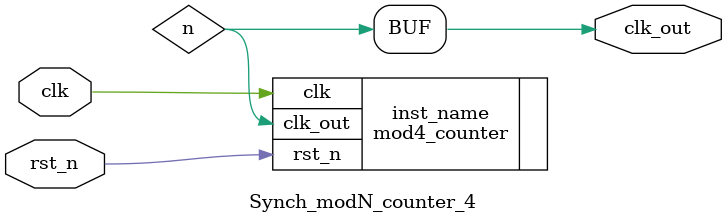
<source format=v>

module Synch_modN_counter_4(
input clk,
input rst_n,
output clk_out
); 

wire n; 
mod4_counter inst_name (.clk(clk), .rst_n(rst_n), .clk_out(n)); 
//dff inst_1(.clk(clk),.rst_n(rst_n),.d(n),.q(m)); 
assign clk_out = n; 


endmodule 
</source>
